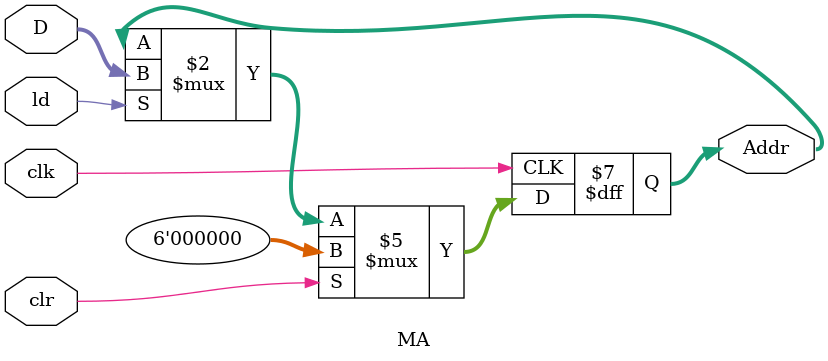
<source format=v>
module MA (clk, ld, clr, D, Addr);
	input clk, ld, clr;
	input [5:0] D;
	output reg [5:0] Addr;
	
	always @ (posedge clk) begin
		if (clr) Addr <= 0;
		else if (ld) Addr <= D;
	end
	
endmodule

</source>
